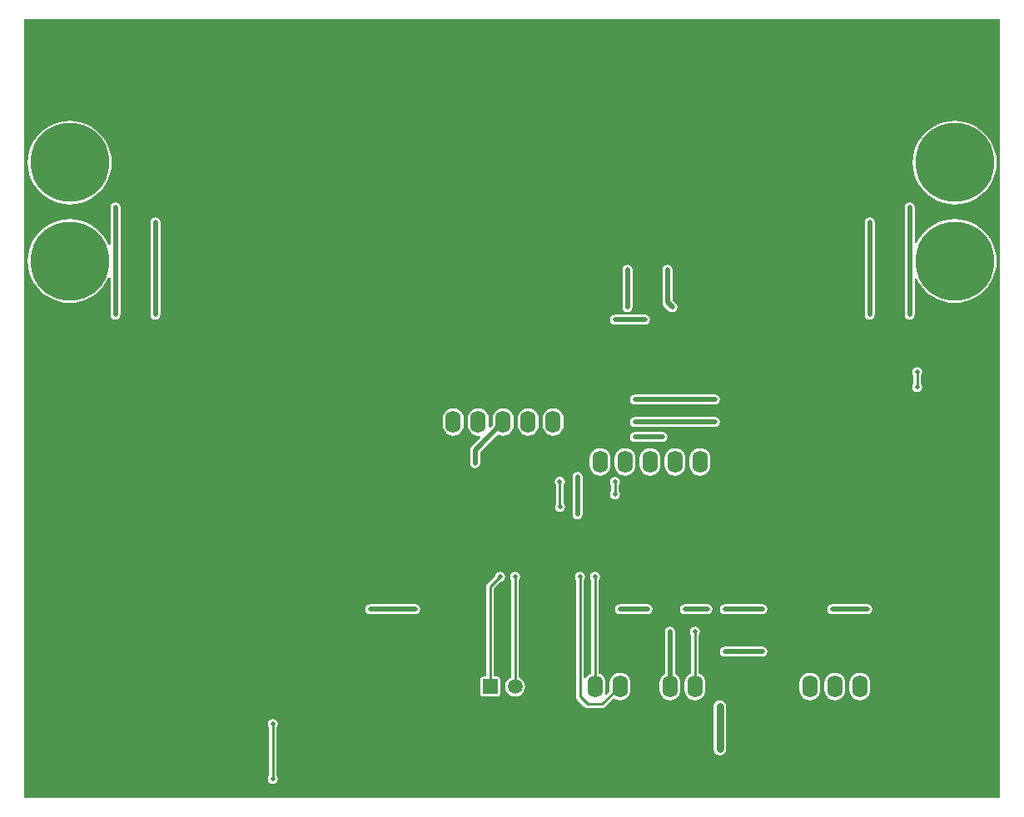
<source format=gbl>
G04 Layer_Physical_Order=2*
G04 Layer_Color=16711680*
%FSLAX25Y25*%
%MOIN*%
G70*
G01*
G75*
%ADD33C,0.01000*%
%ADD34C,0.02000*%
%ADD35C,0.03000*%
%ADD38O,0.06299X0.08858*%
%ADD39C,0.31496*%
%ADD40C,0.05905*%
%ADD41R,0.05905X0.05905*%
%ADD42C,0.01968*%
G36*
X392171Y1529D02*
X1529D01*
Y313431D01*
X392171D01*
Y1529D01*
D02*
G37*
%LPC*%
G36*
X275000Y79039D02*
X266000D01*
X265220Y78884D01*
X264558Y78442D01*
X264116Y77780D01*
X263961Y77000D01*
X264116Y76220D01*
X264558Y75558D01*
X265220Y75116D01*
X266000Y74961D01*
X275000D01*
X275780Y75116D01*
X276442Y75558D01*
X276884Y76220D01*
X277039Y77000D01*
X276884Y77780D01*
X276442Y78442D01*
X275780Y78884D01*
X275000Y79039D01*
D02*
G37*
G36*
X297000D02*
X282000D01*
X281220Y78884D01*
X280558Y78442D01*
X280116Y77780D01*
X279961Y77000D01*
X280116Y76220D01*
X280558Y75558D01*
X281220Y75116D01*
X282000Y74961D01*
X297000D01*
X297780Y75116D01*
X298442Y75558D01*
X298884Y76220D01*
X299039Y77000D01*
X298884Y77780D01*
X298442Y78442D01*
X297780Y78884D01*
X297000Y79039D01*
D02*
G37*
G36*
X251000D02*
X240000D01*
X239220Y78884D01*
X238558Y78442D01*
X238116Y77780D01*
X237961Y77000D01*
X238116Y76220D01*
X238558Y75558D01*
X239220Y75116D01*
X240000Y74961D01*
X251000D01*
X251780Y75116D01*
X252442Y75558D01*
X252884Y76220D01*
X253039Y77000D01*
X252884Y77780D01*
X252442Y78442D01*
X251780Y78884D01*
X251000Y79039D01*
D02*
G37*
G36*
X297000Y62039D02*
X282000D01*
X281220Y61884D01*
X280558Y61442D01*
X280116Y60780D01*
X279961Y60000D01*
X280116Y59220D01*
X280558Y58558D01*
X281220Y58116D01*
X282000Y57961D01*
X297000D01*
X297780Y58116D01*
X298442Y58558D01*
X298884Y59220D01*
X299039Y60000D01*
X298884Y60780D01*
X298442Y61442D01*
X297780Y61884D01*
X297000Y62039D01*
D02*
G37*
G36*
X158000Y79039D02*
X140000D01*
X139220Y78884D01*
X138558Y78442D01*
X138116Y77780D01*
X137961Y77000D01*
X138116Y76220D01*
X138558Y75558D01*
X139220Y75116D01*
X140000Y74961D01*
X158000D01*
X158780Y75116D01*
X159442Y75558D01*
X159884Y76220D01*
X160039Y77000D01*
X159884Y77780D01*
X159442Y78442D01*
X158780Y78884D01*
X158000Y79039D01*
D02*
G37*
G36*
X238000Y130023D02*
X237226Y129869D01*
X236569Y129431D01*
X236131Y128774D01*
X235977Y128000D01*
X236131Y127226D01*
X236514Y126653D01*
Y124239D01*
X236174Y123731D01*
X236020Y122957D01*
X236174Y122183D01*
X236613Y121526D01*
X237269Y121088D01*
X238043Y120934D01*
X238818Y121088D01*
X239474Y121526D01*
X239912Y122183D01*
X240066Y122957D01*
X239912Y123731D01*
X239573Y124239D01*
Y126782D01*
X239869Y127226D01*
X240023Y128000D01*
X239869Y128774D01*
X239431Y129431D01*
X238774Y129869D01*
X238000Y130023D01*
D02*
G37*
G36*
X232000Y141465D02*
X230917Y141322D01*
X229907Y140904D01*
X229041Y140239D01*
X228375Y139372D01*
X227957Y138363D01*
X227815Y137279D01*
Y134721D01*
X227957Y133637D01*
X228375Y132628D01*
X229041Y131761D01*
X229907Y131096D01*
X230917Y130678D01*
X232000Y130535D01*
X233083Y130678D01*
X234093Y131096D01*
X234960Y131761D01*
X235625Y132628D01*
X236043Y133637D01*
X236185Y134721D01*
Y137279D01*
X236043Y138363D01*
X235625Y139372D01*
X234960Y140239D01*
X234093Y140904D01*
X233083Y141322D01*
X232000Y141465D01*
D02*
G37*
G36*
X215925Y130098D02*
X215151Y129944D01*
X214495Y129505D01*
X214056Y128849D01*
X213902Y128075D01*
X214056Y127301D01*
X214396Y126792D01*
Y119171D01*
X214131Y118774D01*
X213977Y118000D01*
X214131Y117226D01*
X214569Y116569D01*
X215226Y116131D01*
X216000Y115977D01*
X216774Y116131D01*
X217431Y116569D01*
X217869Y117226D01*
X218023Y118000D01*
X217869Y118774D01*
X217455Y119395D01*
Y126792D01*
X217794Y127301D01*
X217948Y128075D01*
X217794Y128849D01*
X217356Y129505D01*
X216699Y129944D01*
X215925Y130098D01*
D02*
G37*
G36*
X339000Y79039D02*
X325000D01*
X324220Y78884D01*
X323558Y78442D01*
X323116Y77780D01*
X322961Y77000D01*
X323116Y76220D01*
X323558Y75558D01*
X324220Y75116D01*
X325000Y74961D01*
X339000D01*
X339780Y75116D01*
X340442Y75558D01*
X340884Y76220D01*
X341039Y77000D01*
X340884Y77780D01*
X340442Y78442D01*
X339780Y78884D01*
X339000Y79039D01*
D02*
G37*
G36*
X223000Y132039D02*
X222220Y131884D01*
X221558Y131442D01*
X221116Y130780D01*
X220961Y130000D01*
Y115000D01*
X221116Y114220D01*
X221558Y113558D01*
X222220Y113116D01*
X223000Y112961D01*
X223780Y113116D01*
X224442Y113558D01*
X224884Y114220D01*
X225039Y115000D01*
Y130000D01*
X224884Y130780D01*
X224442Y131442D01*
X223780Y131884D01*
X223000Y132039D01*
D02*
G37*
G36*
X270000Y70023D02*
X269226Y69869D01*
X268569Y69431D01*
X268131Y68774D01*
X267977Y68000D01*
X268131Y67226D01*
X268471Y66717D01*
Y51138D01*
X267907Y50904D01*
X267040Y50239D01*
X266375Y49372D01*
X265957Y48363D01*
X265815Y47280D01*
Y44721D01*
X265957Y43637D01*
X266375Y42628D01*
X267040Y41761D01*
X267907Y41096D01*
X268917Y40678D01*
X270000Y40535D01*
X271083Y40678D01*
X272093Y41096D01*
X272959Y41761D01*
X273625Y42628D01*
X274043Y43637D01*
X274185Y44721D01*
Y47280D01*
X274043Y48363D01*
X273625Y49372D01*
X272959Y50239D01*
X272093Y50904D01*
X271529Y51138D01*
Y66717D01*
X271869Y67226D01*
X272023Y68000D01*
X271869Y68774D01*
X271431Y69431D01*
X270774Y69869D01*
X270000Y70023D01*
D02*
G37*
G36*
X316000Y51465D02*
X314917Y51322D01*
X313907Y50904D01*
X313040Y50239D01*
X312375Y49372D01*
X311957Y48363D01*
X311815Y47280D01*
Y44721D01*
X311957Y43637D01*
X312375Y42628D01*
X313040Y41761D01*
X313907Y41096D01*
X314917Y40678D01*
X316000Y40535D01*
X317083Y40678D01*
X318093Y41096D01*
X318959Y41761D01*
X319625Y42628D01*
X320043Y43637D01*
X320185Y44721D01*
Y47280D01*
X320043Y48363D01*
X319625Y49372D01*
X318959Y50239D01*
X318093Y50904D01*
X317083Y51322D01*
X316000Y51465D01*
D02*
G37*
G36*
X260000Y70039D02*
X259220Y69884D01*
X258558Y69442D01*
X258116Y68780D01*
X257961Y68000D01*
Y50926D01*
X257907Y50904D01*
X257041Y50239D01*
X256375Y49372D01*
X255957Y48363D01*
X255815Y47280D01*
Y44721D01*
X255957Y43637D01*
X256375Y42628D01*
X257041Y41761D01*
X257907Y41096D01*
X258917Y40678D01*
X260000Y40535D01*
X261083Y40678D01*
X262093Y41096D01*
X262960Y41761D01*
X263625Y42628D01*
X264043Y43637D01*
X264185Y44721D01*
Y47280D01*
X264043Y48363D01*
X263625Y49372D01*
X262960Y50239D01*
X262093Y50904D01*
X262039Y50926D01*
Y68000D01*
X261884Y68780D01*
X261442Y69442D01*
X260780Y69884D01*
X260000Y70039D01*
D02*
G37*
G36*
X101000Y33023D02*
X100226Y32869D01*
X99569Y32431D01*
X99131Y31774D01*
X98977Y31000D01*
X99131Y30226D01*
X99471Y29717D01*
Y10283D01*
X99131Y9774D01*
X98977Y9000D01*
X99131Y8226D01*
X99569Y7569D01*
X100226Y7131D01*
X101000Y6977D01*
X101774Y7131D01*
X102431Y7569D01*
X102869Y8226D01*
X103023Y9000D01*
X102869Y9774D01*
X102529Y10283D01*
Y29717D01*
X102869Y30226D01*
X103023Y31000D01*
X102869Y31774D01*
X102431Y32431D01*
X101774Y32869D01*
X101000Y33023D01*
D02*
G37*
G36*
X280000Y40549D02*
X279025Y40355D01*
X278198Y39802D01*
X277645Y38976D01*
X277451Y38000D01*
Y21000D01*
X277645Y20024D01*
X278198Y19198D01*
X279025Y18645D01*
X280000Y18451D01*
X280976Y18645D01*
X281802Y19198D01*
X282355Y20024D01*
X282549Y21000D01*
Y38000D01*
X282355Y38976D01*
X281802Y39802D01*
X280976Y40355D01*
X280000Y40549D01*
D02*
G37*
G36*
X192000Y92023D02*
X191226Y91869D01*
X190569Y91431D01*
X190131Y90774D01*
X190012Y90175D01*
X186919Y87081D01*
X186587Y86585D01*
X186471Y86000D01*
Y49972D01*
X185047D01*
X184657Y49895D01*
X184326Y49674D01*
X184105Y49343D01*
X184028Y48953D01*
Y43047D01*
X184105Y42657D01*
X184326Y42326D01*
X184657Y42105D01*
X185047Y42028D01*
X190953D01*
X191343Y42105D01*
X191674Y42326D01*
X191895Y42657D01*
X191972Y43047D01*
Y48953D01*
X191895Y49343D01*
X191674Y49674D01*
X191343Y49895D01*
X190953Y49972D01*
X189529D01*
Y85366D01*
X192174Y88012D01*
X192774Y88131D01*
X193431Y88569D01*
X193869Y89226D01*
X194023Y90000D01*
X193869Y90774D01*
X193431Y91431D01*
X192774Y91869D01*
X192000Y92023D01*
D02*
G37*
G36*
X230000D02*
X229226Y91869D01*
X228569Y91431D01*
X228131Y90774D01*
X227977Y90000D01*
X228131Y89226D01*
X228471Y88717D01*
Y51138D01*
X227907Y50904D01*
X227041Y50239D01*
X226375Y49372D01*
X226329Y49261D01*
X225529Y49420D01*
Y88717D01*
X225869Y89226D01*
X226023Y90000D01*
X225869Y90774D01*
X225431Y91431D01*
X224774Y91869D01*
X224000Y92023D01*
X223226Y91869D01*
X222569Y91431D01*
X222131Y90774D01*
X221977Y90000D01*
X222131Y89226D01*
X222471Y88717D01*
Y41913D01*
X222587Y41328D01*
X222919Y40832D01*
X225919Y37832D01*
X226415Y37500D01*
X227000Y37384D01*
X232913D01*
X233499Y37500D01*
X233995Y37832D01*
X237540Y41377D01*
X237907Y41096D01*
X238917Y40678D01*
X240000Y40535D01*
X241083Y40678D01*
X242093Y41096D01*
X242959Y41761D01*
X243625Y42628D01*
X244043Y43637D01*
X244185Y44721D01*
Y47280D01*
X244043Y48363D01*
X243625Y49372D01*
X242959Y50239D01*
X242093Y50904D01*
X241083Y51322D01*
X240000Y51465D01*
X238917Y51322D01*
X237907Y50904D01*
X237040Y50239D01*
X236375Y49372D01*
X235957Y48363D01*
X235815Y47280D01*
Y44721D01*
X235901Y44064D01*
X234509Y42672D01*
X233831Y43125D01*
X234043Y43637D01*
X234185Y44721D01*
Y47280D01*
X234043Y48363D01*
X233625Y49372D01*
X232960Y50239D01*
X232093Y50904D01*
X231529Y51138D01*
Y88717D01*
X231869Y89226D01*
X232023Y90000D01*
X231869Y90774D01*
X231431Y91431D01*
X230774Y91869D01*
X230000Y92023D01*
D02*
G37*
G36*
X198000D02*
X197226Y91869D01*
X196569Y91431D01*
X196131Y90774D01*
X195977Y90000D01*
X196131Y89226D01*
X196471Y88717D01*
Y49645D01*
X196007Y49453D01*
X195181Y48819D01*
X194547Y47993D01*
X194149Y47032D01*
X194013Y46000D01*
X194149Y44968D01*
X194547Y44007D01*
X195181Y43181D01*
X196007Y42547D01*
X196968Y42149D01*
X198000Y42013D01*
X199032Y42149D01*
X199993Y42547D01*
X200819Y43181D01*
X201453Y44007D01*
X201851Y44968D01*
X201987Y46000D01*
X201851Y47032D01*
X201453Y47993D01*
X200819Y48819D01*
X199993Y49453D01*
X199529Y49645D01*
Y88717D01*
X199869Y89226D01*
X200023Y90000D01*
X199869Y90774D01*
X199431Y91431D01*
X198774Y91869D01*
X198000Y92023D01*
D02*
G37*
G36*
X326000Y51465D02*
X324917Y51322D01*
X323907Y50904D01*
X323041Y50239D01*
X322375Y49372D01*
X321957Y48363D01*
X321815Y47280D01*
Y44721D01*
X321957Y43637D01*
X322375Y42628D01*
X323041Y41761D01*
X323907Y41096D01*
X324917Y40678D01*
X326000Y40535D01*
X327083Y40678D01*
X328093Y41096D01*
X328959Y41761D01*
X329625Y42628D01*
X330043Y43637D01*
X330185Y44721D01*
Y47280D01*
X330043Y48363D01*
X329625Y49372D01*
X328959Y50239D01*
X328093Y50904D01*
X327083Y51322D01*
X326000Y51465D01*
D02*
G37*
G36*
X336000D02*
X334917Y51322D01*
X333907Y50904D01*
X333040Y50239D01*
X332375Y49372D01*
X331957Y48363D01*
X331815Y47280D01*
Y44721D01*
X331957Y43637D01*
X332375Y42628D01*
X333040Y41761D01*
X333907Y41096D01*
X334917Y40678D01*
X336000Y40535D01*
X337083Y40678D01*
X338093Y41096D01*
X338960Y41761D01*
X339625Y42628D01*
X340043Y43637D01*
X340185Y44721D01*
Y47280D01*
X340043Y48363D01*
X339625Y49372D01*
X338960Y50239D01*
X338093Y50904D01*
X337083Y51322D01*
X336000Y51465D01*
D02*
G37*
G36*
X340000Y234039D02*
X339220Y233884D01*
X338558Y233442D01*
X338116Y232780D01*
X337961Y232000D01*
Y195000D01*
X338116Y194220D01*
X338558Y193558D01*
X339220Y193116D01*
X340000Y192961D01*
X340780Y193116D01*
X341442Y193558D01*
X341884Y194220D01*
X342039Y195000D01*
Y232000D01*
X341884Y232780D01*
X341442Y233442D01*
X340780Y233884D01*
X340000Y234039D01*
D02*
G37*
G36*
X243000Y215039D02*
X242220Y214884D01*
X241558Y214442D01*
X241116Y213780D01*
X240961Y213000D01*
Y198000D01*
X241116Y197220D01*
X241558Y196558D01*
X242220Y196116D01*
X243000Y195961D01*
X243780Y196116D01*
X244442Y196558D01*
X244884Y197220D01*
X245039Y198000D01*
Y213000D01*
X244884Y213780D01*
X244442Y214442D01*
X243780Y214884D01*
X243000Y215039D01*
D02*
G37*
G36*
X54000Y234039D02*
X53220Y233884D01*
X52558Y233442D01*
X52116Y232780D01*
X51961Y232000D01*
Y195000D01*
X52116Y194220D01*
X52558Y193558D01*
X53220Y193116D01*
X54000Y192961D01*
X54780Y193116D01*
X55442Y193558D01*
X55884Y194220D01*
X56039Y195000D01*
Y232000D01*
X55884Y232780D01*
X55442Y233442D01*
X54780Y233884D01*
X54000Y234039D01*
D02*
G37*
G36*
X359000Y174023D02*
X358226Y173869D01*
X357569Y173431D01*
X357131Y172774D01*
X356977Y172000D01*
X357131Y171226D01*
X357471Y170717D01*
Y167283D01*
X357131Y166774D01*
X356977Y166000D01*
X357131Y165226D01*
X357569Y164569D01*
X358226Y164131D01*
X359000Y163977D01*
X359774Y164131D01*
X360431Y164569D01*
X360869Y165226D01*
X361023Y166000D01*
X360869Y166774D01*
X360529Y167283D01*
Y170717D01*
X360869Y171226D01*
X361023Y172000D01*
X360869Y172774D01*
X360431Y173431D01*
X359774Y173869D01*
X359000Y174023D01*
D02*
G37*
G36*
X250000Y195039D02*
X238000D01*
X237220Y194884D01*
X236558Y194442D01*
X236116Y193780D01*
X235961Y193000D01*
X236116Y192220D01*
X236558Y191558D01*
X237220Y191116D01*
X238000Y190961D01*
X250000D01*
X250780Y191116D01*
X251442Y191558D01*
X251884Y192220D01*
X252039Y193000D01*
X251884Y193780D01*
X251442Y194442D01*
X250780Y194884D01*
X250000Y195039D01*
D02*
G37*
G36*
X19685Y272690D02*
X17494Y272546D01*
X15341Y272118D01*
X13262Y271412D01*
X11293Y270441D01*
X9468Y269221D01*
X7817Y267774D01*
X6369Y266123D01*
X5150Y264298D01*
X4179Y262329D01*
X3473Y260249D01*
X3045Y258096D01*
X2901Y255906D01*
X3045Y253715D01*
X3473Y251561D01*
X4179Y249483D01*
X5150Y247514D01*
X6369Y245688D01*
X7817Y244037D01*
X9468Y242590D01*
X11293Y241370D01*
X13262Y240399D01*
X15341Y239693D01*
X17494Y239265D01*
X19685Y239122D01*
X21876Y239265D01*
X24029Y239693D01*
X26108Y240399D01*
X28077Y241370D01*
X29902Y242590D01*
X31553Y244037D01*
X33001Y245688D01*
X34220Y247514D01*
X35191Y249483D01*
X35897Y251561D01*
X36325Y253715D01*
X36469Y255906D01*
X36325Y258096D01*
X35897Y260249D01*
X35191Y262329D01*
X34220Y264298D01*
X33001Y266123D01*
X31553Y267774D01*
X29902Y269221D01*
X28077Y270441D01*
X26108Y271412D01*
X24029Y272118D01*
X21876Y272546D01*
X19685Y272690D01*
D02*
G37*
G36*
X374016D02*
X371825Y272546D01*
X369672Y272118D01*
X367593Y271412D01*
X365624Y270441D01*
X363798Y269221D01*
X362148Y267774D01*
X360700Y266123D01*
X359480Y264298D01*
X358509Y262329D01*
X357804Y260249D01*
X357375Y258096D01*
X357232Y255906D01*
X357375Y253715D01*
X357804Y251561D01*
X358509Y249483D01*
X359480Y247514D01*
X360700Y245688D01*
X362148Y244037D01*
X363798Y242590D01*
X365624Y241370D01*
X367593Y240399D01*
X369672Y239693D01*
X371825Y239265D01*
X374016Y239122D01*
X376206Y239265D01*
X378360Y239693D01*
X380439Y240399D01*
X382408Y241370D01*
X384233Y242590D01*
X385884Y244037D01*
X387331Y245688D01*
X388551Y247514D01*
X389522Y249483D01*
X390228Y251561D01*
X390656Y253715D01*
X390800Y255906D01*
X390656Y258096D01*
X390228Y260249D01*
X389522Y262329D01*
X388551Y264298D01*
X387331Y266123D01*
X385884Y267774D01*
X384233Y269221D01*
X382408Y270441D01*
X380439Y271412D01*
X378360Y272118D01*
X376206Y272546D01*
X374016Y272690D01*
D02*
G37*
G36*
X38000Y240039D02*
X37220Y239884D01*
X36558Y239442D01*
X36116Y238780D01*
X35961Y238000D01*
Y223181D01*
X35191Y222958D01*
X34220Y224927D01*
X33001Y226753D01*
X31553Y228403D01*
X29902Y229851D01*
X28077Y231071D01*
X26108Y232042D01*
X24029Y232748D01*
X21876Y233176D01*
X19685Y233319D01*
X17494Y233176D01*
X15341Y232748D01*
X13262Y232042D01*
X11293Y231071D01*
X9468Y229851D01*
X7817Y228403D01*
X6369Y226753D01*
X5150Y224927D01*
X4179Y222958D01*
X3473Y220879D01*
X3045Y218726D01*
X2901Y216535D01*
X3045Y214345D01*
X3473Y212191D01*
X4179Y210113D01*
X5150Y208143D01*
X6369Y206318D01*
X7817Y204667D01*
X9468Y203220D01*
X11293Y202000D01*
X13262Y201029D01*
X15341Y200323D01*
X17494Y199895D01*
X19685Y199751D01*
X21876Y199895D01*
X24029Y200323D01*
X26108Y201029D01*
X28077Y202000D01*
X29902Y203220D01*
X31553Y204667D01*
X33001Y206318D01*
X34220Y208143D01*
X35191Y210113D01*
X35961Y209890D01*
Y195000D01*
X36116Y194220D01*
X36558Y193558D01*
X37220Y193116D01*
X38000Y192961D01*
X38780Y193116D01*
X39442Y193558D01*
X39884Y194220D01*
X40039Y195000D01*
Y238000D01*
X39884Y238780D01*
X39442Y239442D01*
X38780Y239884D01*
X38000Y240039D01*
D02*
G37*
G36*
X259000Y215039D02*
X258220Y214884D01*
X257558Y214442D01*
X257116Y213780D01*
X256961Y213000D01*
Y200000D01*
X257116Y199220D01*
X257558Y198558D01*
X259558Y196558D01*
X260220Y196116D01*
X261000Y195961D01*
X261780Y196116D01*
X262442Y196558D01*
X262884Y197220D01*
X263039Y198000D01*
X262884Y198780D01*
X262442Y199442D01*
X261039Y200845D01*
Y213000D01*
X260884Y213780D01*
X260442Y214442D01*
X259780Y214884D01*
X259000Y215039D01*
D02*
G37*
G36*
X356000Y240039D02*
X355220Y239884D01*
X354558Y239442D01*
X354116Y238780D01*
X353961Y238000D01*
Y195000D01*
X354116Y194220D01*
X354558Y193558D01*
X355220Y193116D01*
X356000Y192961D01*
X356780Y193116D01*
X357442Y193558D01*
X357884Y194220D01*
X358039Y195000D01*
Y209257D01*
X358839Y209444D01*
X359480Y208143D01*
X360700Y206318D01*
X362148Y204667D01*
X363798Y203220D01*
X365624Y202000D01*
X367593Y201029D01*
X369672Y200323D01*
X371825Y199895D01*
X374016Y199751D01*
X376206Y199895D01*
X378360Y200323D01*
X380439Y201029D01*
X382408Y202000D01*
X384233Y203220D01*
X385884Y204667D01*
X387331Y206318D01*
X388551Y208143D01*
X389522Y210113D01*
X390228Y212191D01*
X390656Y214345D01*
X390800Y216535D01*
X390656Y218726D01*
X390228Y220879D01*
X389522Y222958D01*
X388551Y224927D01*
X387331Y226753D01*
X385884Y228403D01*
X384233Y229851D01*
X382408Y231071D01*
X380439Y232042D01*
X378360Y232748D01*
X376206Y233176D01*
X374016Y233319D01*
X371825Y233176D01*
X369672Y232748D01*
X367593Y232042D01*
X365624Y231071D01*
X363798Y229851D01*
X362148Y228403D01*
X360700Y226753D01*
X359480Y224927D01*
X358839Y223627D01*
X358039Y223814D01*
Y238000D01*
X357884Y238780D01*
X357442Y239442D01*
X356780Y239884D01*
X356000Y240039D01*
D02*
G37*
G36*
X278000Y163039D02*
X246000D01*
X245220Y162884D01*
X244558Y162442D01*
X244116Y161780D01*
X243961Y161000D01*
X244116Y160220D01*
X244558Y159558D01*
X245220Y159116D01*
X246000Y158961D01*
X278000D01*
X278780Y159116D01*
X279442Y159558D01*
X279884Y160220D01*
X280039Y161000D01*
X279884Y161780D01*
X279442Y162442D01*
X278780Y162884D01*
X278000Y163039D01*
D02*
G37*
G36*
X272000Y141465D02*
X270917Y141322D01*
X269907Y140904D01*
X269040Y140239D01*
X268375Y139372D01*
X267957Y138363D01*
X267815Y137279D01*
Y134721D01*
X267957Y133637D01*
X268375Y132628D01*
X269040Y131761D01*
X269907Y131096D01*
X270917Y130678D01*
X272000Y130535D01*
X273083Y130678D01*
X274093Y131096D01*
X274959Y131761D01*
X275625Y132628D01*
X276043Y133637D01*
X276185Y134721D01*
Y137279D01*
X276043Y138363D01*
X275625Y139372D01*
X274959Y140239D01*
X274093Y140904D01*
X273083Y141322D01*
X272000Y141465D01*
D02*
G37*
G36*
X257000Y148039D02*
X246000D01*
X245220Y147884D01*
X244558Y147442D01*
X244116Y146780D01*
X243961Y146000D01*
X244116Y145220D01*
X244558Y144558D01*
X245220Y144116D01*
X246000Y143961D01*
X257000D01*
X257780Y144116D01*
X258442Y144558D01*
X258884Y145220D01*
X259039Y146000D01*
X258884Y146780D01*
X258442Y147442D01*
X257780Y147884D01*
X257000Y148039D01*
D02*
G37*
G36*
X262000Y141465D02*
X260917Y141322D01*
X259907Y140904D01*
X259040Y140239D01*
X258375Y139372D01*
X257957Y138363D01*
X257815Y137279D01*
Y134721D01*
X257957Y133637D01*
X258375Y132628D01*
X259040Y131761D01*
X259907Y131096D01*
X260917Y130678D01*
X262000Y130535D01*
X263083Y130678D01*
X264093Y131096D01*
X264960Y131761D01*
X265625Y132628D01*
X266043Y133637D01*
X266185Y134721D01*
Y137279D01*
X266043Y138363D01*
X265625Y139372D01*
X264960Y140239D01*
X264093Y140904D01*
X263083Y141322D01*
X262000Y141465D01*
D02*
G37*
G36*
X242000D02*
X240917Y141322D01*
X239907Y140904D01*
X239040Y140239D01*
X238375Y139372D01*
X237957Y138363D01*
X237815Y137279D01*
Y134721D01*
X237957Y133637D01*
X238375Y132628D01*
X239040Y131761D01*
X239907Y131096D01*
X240917Y130678D01*
X242000Y130535D01*
X243083Y130678D01*
X244093Y131096D01*
X244959Y131761D01*
X245625Y132628D01*
X246043Y133637D01*
X246185Y134721D01*
Y137279D01*
X246043Y138363D01*
X245625Y139372D01*
X244959Y140239D01*
X244093Y140904D01*
X243083Y141322D01*
X242000Y141465D01*
D02*
G37*
G36*
X252000D02*
X250917Y141322D01*
X249907Y140904D01*
X249041Y140239D01*
X248375Y139372D01*
X247957Y138363D01*
X247815Y137279D01*
Y134721D01*
X247957Y133637D01*
X248375Y132628D01*
X249041Y131761D01*
X249907Y131096D01*
X250917Y130678D01*
X252000Y130535D01*
X253083Y130678D01*
X254093Y131096D01*
X254960Y131761D01*
X255625Y132628D01*
X256043Y133637D01*
X256185Y134721D01*
Y137279D01*
X256043Y138363D01*
X255625Y139372D01*
X254960Y140239D01*
X254093Y140904D01*
X253083Y141322D01*
X252000Y141465D01*
D02*
G37*
G36*
X193259Y157465D02*
X192176Y157322D01*
X191166Y156904D01*
X190299Y156239D01*
X189634Y155372D01*
X189216Y154363D01*
X189073Y153279D01*
Y150721D01*
X189076Y150701D01*
X188123Y149748D01*
X187365Y150122D01*
X187444Y150721D01*
Y153279D01*
X187302Y154363D01*
X186883Y155372D01*
X186218Y156239D01*
X185352Y156904D01*
X184342Y157322D01*
X183259Y157465D01*
X182176Y157322D01*
X181166Y156904D01*
X180299Y156239D01*
X179634Y155372D01*
X179216Y154363D01*
X179073Y153279D01*
Y150721D01*
X179216Y149637D01*
X179634Y148628D01*
X180299Y147761D01*
X181166Y147096D01*
X182176Y146678D01*
X183259Y146535D01*
X183858Y146614D01*
X184231Y145856D01*
X180558Y142183D01*
X180116Y141522D01*
X179961Y140741D01*
Y135457D01*
X180116Y134676D01*
X180558Y134015D01*
X181220Y133573D01*
X182000Y133417D01*
X182780Y133573D01*
X183442Y134015D01*
X183884Y134676D01*
X184039Y135457D01*
Y139897D01*
X191217Y147075D01*
X192176Y146678D01*
X193259Y146535D01*
X194342Y146678D01*
X195352Y147096D01*
X196218Y147761D01*
X196883Y148628D01*
X197302Y149637D01*
X197444Y150721D01*
Y153279D01*
X197302Y154363D01*
X196883Y155372D01*
X196218Y156239D01*
X195352Y156904D01*
X194342Y157322D01*
X193259Y157465D01*
D02*
G37*
G36*
X278000Y154039D02*
X246000D01*
X245220Y153884D01*
X244558Y153442D01*
X244116Y152780D01*
X243961Y152000D01*
X244116Y151220D01*
X244558Y150558D01*
X245220Y150116D01*
X246000Y149961D01*
X278000D01*
X278780Y150116D01*
X279442Y150558D01*
X279884Y151220D01*
X280039Y152000D01*
X279884Y152780D01*
X279442Y153442D01*
X278780Y153884D01*
X278000Y154039D01*
D02*
G37*
G36*
X213259Y157465D02*
X212176Y157322D01*
X211166Y156904D01*
X210299Y156239D01*
X209634Y155372D01*
X209216Y154363D01*
X209073Y153279D01*
Y150721D01*
X209216Y149637D01*
X209634Y148628D01*
X210299Y147761D01*
X211166Y147096D01*
X212176Y146678D01*
X213259Y146535D01*
X214342Y146678D01*
X215352Y147096D01*
X216218Y147761D01*
X216883Y148628D01*
X217302Y149637D01*
X217444Y150721D01*
Y153279D01*
X217302Y154363D01*
X216883Y155372D01*
X216218Y156239D01*
X215352Y156904D01*
X214342Y157322D01*
X213259Y157465D01*
D02*
G37*
G36*
X173259D02*
X172176Y157322D01*
X171166Y156904D01*
X170299Y156239D01*
X169634Y155372D01*
X169216Y154363D01*
X169073Y153279D01*
Y150721D01*
X169216Y149637D01*
X169634Y148628D01*
X170299Y147761D01*
X171166Y147096D01*
X172176Y146678D01*
X173259Y146535D01*
X174342Y146678D01*
X175352Y147096D01*
X176218Y147761D01*
X176883Y148628D01*
X177302Y149637D01*
X177444Y150721D01*
Y153279D01*
X177302Y154363D01*
X176883Y155372D01*
X176218Y156239D01*
X175352Y156904D01*
X174342Y157322D01*
X173259Y157465D01*
D02*
G37*
G36*
X203259D02*
X202176Y157322D01*
X201166Y156904D01*
X200299Y156239D01*
X199634Y155372D01*
X199216Y154363D01*
X199073Y153279D01*
Y150721D01*
X199216Y149637D01*
X199634Y148628D01*
X200299Y147761D01*
X201166Y147096D01*
X202176Y146678D01*
X203259Y146535D01*
X204342Y146678D01*
X205351Y147096D01*
X206218Y147761D01*
X206884Y148628D01*
X207302Y149637D01*
X207444Y150721D01*
Y153279D01*
X207302Y154363D01*
X206884Y155372D01*
X206218Y156239D01*
X205351Y156904D01*
X204342Y157322D01*
X203259Y157465D01*
D02*
G37*
%LPD*%
D33*
X101000Y9000D02*
Y31000D01*
X215925Y118075D02*
Y128075D01*
Y118075D02*
X216000Y118000D01*
X230000Y46000D02*
Y90000D01*
X188000Y86000D02*
X192000Y90000D01*
X188000Y46000D02*
Y86000D01*
X232913Y38913D02*
X240000Y46000D01*
X227000Y38913D02*
X232913D01*
X224000Y41913D02*
X227000Y38913D01*
X224000Y41913D02*
Y90000D01*
X198000Y46000D02*
Y90000D01*
X270000Y46000D02*
Y68000D01*
X238043Y122957D02*
Y127957D01*
X359000Y166000D02*
Y172000D01*
D34*
X223000Y115000D02*
Y130000D01*
X246000Y146000D02*
X257000D01*
X238000Y193000D02*
X250000D01*
X266000Y77000D02*
X275000D01*
X325000D02*
X339000D01*
X282000D02*
X297000D01*
X240000D02*
X251000D01*
X140000D02*
X158000D01*
X260000Y46000D02*
Y68000D01*
X282000Y60000D02*
X297000D01*
X182000Y135457D02*
Y140741D01*
X193259Y152000D01*
X246000Y161000D02*
X278000D01*
X246000Y152000D02*
X278000D01*
X356000Y195000D02*
Y238000D01*
X340000Y195000D02*
Y232000D01*
X38000Y195000D02*
Y238000D01*
X54000Y195000D02*
Y232000D01*
X243000Y198000D02*
Y213000D01*
X259000Y200000D02*
X261000Y198000D01*
X259000Y200000D02*
Y213000D01*
D35*
X280000Y21000D02*
Y38000D01*
D38*
X250000Y46000D02*
D03*
X260000D02*
D03*
X270000D02*
D03*
X240000D02*
D03*
X230000D02*
D03*
X296000D02*
D03*
X306000D02*
D03*
X336000D02*
D03*
X326000D02*
D03*
X316000D02*
D03*
X232000Y136000D02*
D03*
X242000D02*
D03*
X272000D02*
D03*
X262000D02*
D03*
X252000D02*
D03*
X173259Y152000D02*
D03*
X183259D02*
D03*
X213259D02*
D03*
X203259D02*
D03*
X193259D02*
D03*
D39*
X19685Y216535D02*
D03*
X374016Y19685D02*
D03*
X19685D02*
D03*
Y295276D02*
D03*
X374016D02*
D03*
X19685Y255906D02*
D03*
X374016Y216535D02*
D03*
Y255906D02*
D03*
D40*
X208000Y46000D02*
D03*
X198000D02*
D03*
D41*
X188000D02*
D03*
D42*
X101000Y31000D02*
D03*
Y9000D02*
D03*
X112559Y14882D02*
D03*
X107441D02*
D03*
X112559Y20000D02*
D03*
X107441D02*
D03*
X112559Y25118D02*
D03*
X107441D02*
D03*
X246000Y227000D02*
D03*
X327000Y169000D02*
D03*
X237000Y143000D02*
D03*
X235000Y88000D02*
D03*
X254000Y72000D02*
D03*
X193000Y28000D02*
D03*
X174000Y24000D02*
D03*
X133000Y31000D02*
D03*
X5000Y141000D02*
D03*
X40545Y165902D02*
D03*
X61000Y176000D02*
D03*
X52000D02*
D03*
X139000Y197000D02*
D03*
X353000Y173087D02*
D03*
X344000Y177000D02*
D03*
X277000Y187000D02*
D03*
X269000Y193000D02*
D03*
X247000Y198000D02*
D03*
X282000D02*
D03*
X192000Y54000D02*
D03*
X154000Y41000D02*
D03*
X183000Y9000D02*
D03*
X154000Y7000D02*
D03*
X154000Y24000D02*
D03*
X37000Y191000D02*
D03*
X42000Y175000D02*
D03*
X67000Y184000D02*
D03*
X58000Y198000D02*
D03*
X46000Y196000D02*
D03*
X5000D02*
D03*
Y157000D02*
D03*
X24000D02*
D03*
X77000Y80000D02*
D03*
X37000Y107000D02*
D03*
X177000Y89000D02*
D03*
X125000Y68000D02*
D03*
X47000Y115000D02*
D03*
Y124000D02*
D03*
X36000Y157000D02*
D03*
X145000Y124000D02*
D03*
Y115000D02*
D03*
X90000Y116000D02*
D03*
Y124000D02*
D03*
Y148000D02*
D03*
Y156000D02*
D03*
X237000Y183000D02*
D03*
X227000Y189000D02*
D03*
X176000Y143000D02*
D03*
X178000Y159087D02*
D03*
X188000Y159000D02*
D03*
X170000Y169000D02*
D03*
Y175000D02*
D03*
X87000Y198000D02*
D03*
X93000D02*
D03*
X90000D02*
D03*
X87000Y176000D02*
D03*
X93000D02*
D03*
X90000D02*
D03*
Y169000D02*
D03*
X235000Y128000D02*
D03*
X228000D02*
D03*
X218000Y132000D02*
D03*
X215000Y114000D02*
D03*
X266000Y125000D02*
D03*
X247000Y128913D02*
D03*
X286000Y119000D02*
D03*
X270000Y100000D02*
D03*
X255000Y121000D02*
D03*
X284000Y64000D02*
D03*
X294000Y70000D02*
D03*
X293000Y84000D02*
D03*
X335000Y85000D02*
D03*
X329000D02*
D03*
X316000Y158000D02*
D03*
X337000D02*
D03*
X390000Y125000D02*
D03*
X381000D02*
D03*
X389000Y166000D02*
D03*
X381000D02*
D03*
X359000Y177000D02*
D03*
X342545Y165902D02*
D03*
X338000Y177000D02*
D03*
X239000Y197000D02*
D03*
X222000Y172000D02*
D03*
X250000Y189000D02*
D03*
X258000Y195000D02*
D03*
X269000Y183000D02*
D03*
X314000Y174000D02*
D03*
X277000Y147000D02*
D03*
Y156000D02*
D03*
X278000Y166000D02*
D03*
X267000D02*
D03*
Y156000D02*
D03*
Y143087D02*
D03*
X259000Y172000D02*
D03*
X245000Y166000D02*
D03*
X253000Y168000D02*
D03*
X257000Y143000D02*
D03*
X247000D02*
D03*
X248000Y149000D02*
D03*
Y156000D02*
D03*
X209000Y158000D02*
D03*
X200000Y103000D02*
D03*
X196000Y136000D02*
D03*
X202000D02*
D03*
X218000Y107000D02*
D03*
X214000Y98000D02*
D03*
X100000Y59000D02*
D03*
X82000Y23000D02*
D03*
X94000Y31000D02*
D03*
X102000Y45000D02*
D03*
X129000Y8000D02*
D03*
X183000Y25000D02*
D03*
X201000D02*
D03*
X246000Y21000D02*
D03*
X211000D02*
D03*
X193000Y43000D02*
D03*
X235000Y49000D02*
D03*
X265000Y43000D02*
D03*
X268000Y3000D02*
D03*
X291000Y25000D02*
D03*
X310000Y20000D02*
D03*
X323000D02*
D03*
X331000Y39000D02*
D03*
X345000Y20000D02*
D03*
X321000Y39000D02*
D03*
X275000Y34000D02*
D03*
X285000D02*
D03*
X274000Y89000D02*
D03*
X266000Y82000D02*
D03*
X264000Y65000D02*
D03*
X254000Y64000D02*
D03*
X227000Y53087D02*
D03*
Y74000D02*
D03*
X210000Y68000D02*
D03*
X183000D02*
D03*
X193000D02*
D03*
X183000Y81000D02*
D03*
X193000D02*
D03*
X227000D02*
D03*
X210000D02*
D03*
X241000D02*
D03*
X145000Y73000D02*
D03*
X159000D02*
D03*
X61000Y66000D02*
D03*
X67000D02*
D03*
X64000D02*
D03*
X61000Y44000D02*
D03*
X67000D02*
D03*
X64000D02*
D03*
X117000Y40000D02*
D03*
X92000Y12000D02*
D03*
X198000Y10000D02*
D03*
X232000Y3000D02*
D03*
X270000Y24000D02*
D03*
X266000D02*
D03*
X296000Y3000D02*
D03*
X340000D02*
D03*
Y54000D02*
D03*
X332000D02*
D03*
X329000Y66000D02*
D03*
X360000Y198000D02*
D03*
X188000Y197000D02*
D03*
X348000Y198000D02*
D03*
X336000D02*
D03*
X300000Y176000D02*
D03*
X306000Y177000D02*
D03*
X303000Y176000D02*
D03*
X306000Y198000D02*
D03*
X303000D02*
D03*
X300000D02*
D03*
X381000Y197000D02*
D03*
X389000D02*
D03*
X369000Y191000D02*
D03*
X350000Y283000D02*
D03*
X334000D02*
D03*
X300000Y299315D02*
D03*
X306000D02*
D03*
X303000D02*
D03*
X306000Y276000D02*
D03*
X300000D02*
D03*
X303000D02*
D03*
X60000Y283000D02*
D03*
X44000D02*
D03*
X87000Y276000D02*
D03*
X93000D02*
D03*
X87000Y299315D02*
D03*
X93000D02*
D03*
X90000Y276000D02*
D03*
Y299315D02*
D03*
X216000Y118000D02*
D03*
X223000Y115000D02*
D03*
Y130000D02*
D03*
X246000Y146000D02*
D03*
X257000D02*
D03*
X238000Y193000D02*
D03*
X250000D02*
D03*
X245000Y95000D02*
D03*
X238000Y111000D02*
D03*
X229000Y105000D02*
D03*
X230000Y90000D02*
D03*
X227000Y88000D02*
D03*
X192000Y90000D02*
D03*
X195000Y88000D02*
D03*
X198000Y90000D02*
D03*
X224000D02*
D03*
X266000Y77000D02*
D03*
X275000D02*
D03*
X251000D02*
D03*
X339000D02*
D03*
X325000D02*
D03*
X297000D02*
D03*
X282000D02*
D03*
X240000D02*
D03*
X158000D02*
D03*
X140000D02*
D03*
X260000Y68000D02*
D03*
X270000D02*
D03*
X215925Y128075D02*
D03*
X297000Y60000D02*
D03*
X282000D02*
D03*
X182000Y135457D02*
D03*
X246000Y161000D02*
D03*
X278000D02*
D03*
Y152000D02*
D03*
X246000D02*
D03*
X356000Y195000D02*
D03*
X340000D02*
D03*
X38000D02*
D03*
X54000D02*
D03*
X187000Y110000D02*
D03*
X199000Y159087D02*
D03*
X187000Y128000D02*
D03*
X356000Y238000D02*
D03*
X38000D02*
D03*
X340000Y232000D02*
D03*
X54000D02*
D03*
X243000Y198000D02*
D03*
X238000Y128000D02*
D03*
X238043Y122957D02*
D03*
X280000Y38000D02*
D03*
Y21000D02*
D03*
X56000Y166000D02*
D03*
X349969D02*
D03*
X359000D02*
D03*
Y172000D02*
D03*
X259000Y213000D02*
D03*
X243000D02*
D03*
X246000D02*
D03*
X261000Y198000D02*
D03*
X242000Y220000D02*
D03*
X250000D02*
D03*
Y213000D02*
D03*
Y227000D02*
D03*
X242000D02*
D03*
X154000Y112000D02*
D03*
X187000Y118000D02*
D03*
X154000Y120000D02*
D03*
X174000Y112000D02*
D03*
X15000Y196000D02*
D03*
X154000Y136000D02*
D03*
X30000Y175000D02*
D03*
X45000Y154000D02*
D03*
M02*

</source>
